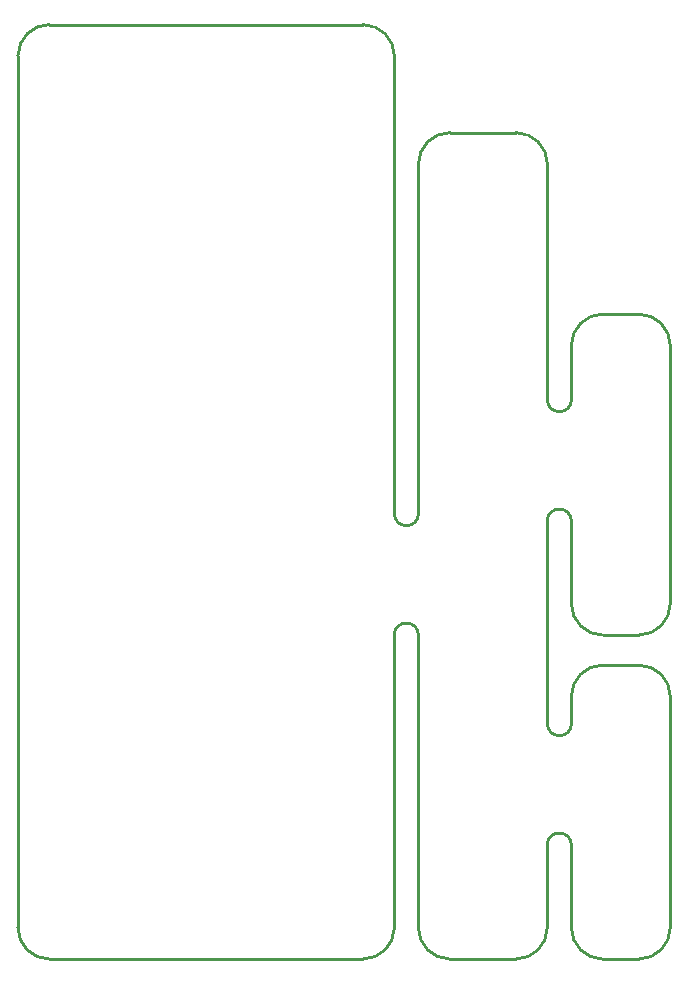
<source format=gm1>
G04*
G04 #@! TF.GenerationSoftware,Altium Limited,Altium Designer,18.0.7 (293)*
G04*
G04 Layer_Color=16711935*
%FSLAX42Y42*%
%MOMM*%
G71*
G01*
G75*
%ADD15C,0.25*%
D15*
X6871Y10185D02*
G03*
X6604Y10452I-267J-0D01*
G01*
X3950Y10452D02*
G03*
X3683Y10185I0J-267D01*
G01*
X3683Y2807D02*
G03*
X3950Y2540I267J0D01*
G01*
X8166Y7277D02*
G03*
X8369Y7277I102J0D01*
G01*
X8166Y9271D02*
G03*
X7899Y9538I-267J-0D01*
G01*
X7341Y9538D02*
G03*
X7074Y9271I0J-267D01*
G01*
X8636Y8001D02*
G03*
X8369Y7734I0J-267D01*
G01*
X7074Y5283D02*
G03*
X6871Y5283I-102J0D01*
G01*
Y6312D02*
G03*
X7074Y6312I102J0D01*
G01*
X9207Y7734D02*
G03*
X8940Y8001I-267J-0D01*
G01*
X8940Y5283D02*
G03*
X9207Y5550I-0J267D01*
G01*
X8369Y5550D02*
G03*
X8636Y5283I267J0D01*
G01*
X8369Y6248D02*
G03*
X8166Y6248I-102J0D01*
G01*
Y4534D02*
G03*
X8369Y4534I102J0D01*
G01*
X8636Y5030D02*
G03*
X8369Y4762I0J-267D01*
G01*
X9208Y4762D02*
G03*
X8941Y5030I-267J-0D01*
G01*
X8940Y2540D02*
G03*
X9207Y2807I-0J267D01*
G01*
X8369Y2807D02*
G03*
X8636Y2540I267J0D01*
G01*
X8369Y3505D02*
G03*
X8166Y3505I-102J0D01*
G01*
X7899Y2540D02*
G03*
X8166Y2807I-0J267D01*
G01*
X7074Y2807D02*
G03*
X7341Y2540I267J0D01*
G01*
X6604Y2540D02*
G03*
X6871Y2807I-0J267D01*
G01*
X6871Y10185D02*
X6871Y6312D01*
X7341Y9538D02*
X7899D01*
X8166Y7277D02*
Y9271D01*
X8369Y7277D02*
Y7734D01*
X7074Y9271D02*
X7074Y6312D01*
X8636Y8001D02*
X8940D01*
X9207Y7734D02*
X9207Y5550D01*
X8636Y5283D02*
X8940D01*
X8369Y6248D02*
X8369Y5550D01*
X8166Y4534D02*
Y6248D01*
X8369Y4534D02*
Y4762D01*
X8636Y5029D02*
X8941D01*
X9207Y4762D02*
X9207Y2807D01*
X8636Y2540D02*
X8940D01*
X8369Y3505D02*
X8369Y2807D01*
X8166D02*
Y3505D01*
X7341Y2540D02*
X7899D01*
X7074Y5283D02*
X7074Y2807D01*
X6871D02*
Y5283D01*
X3950Y2540D02*
X6604Y2540D01*
X3683Y10185D02*
X3683Y2807D01*
X3950Y10452D02*
X6604Y10452D01*
M02*

</source>
